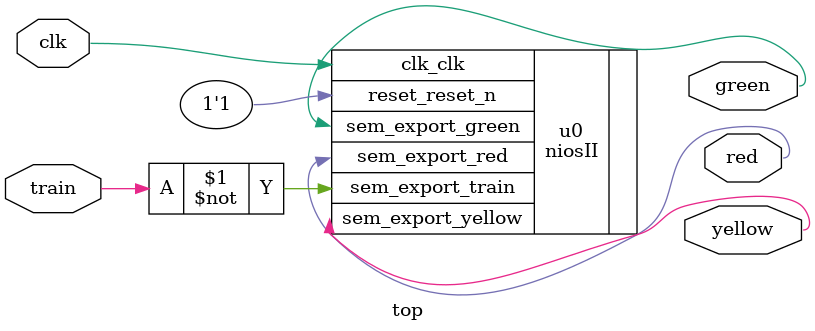
<source format=sv>
module top
(
	input logic clk,
	input logic train,
	output logic green,
	output logic red,
	output logic yellow
);
 
  niosII u0 (
        .clk_clk           (clk),           //        clk.clk
        .reset_reset_n     (1'b1),     //      reset.reset_n
        .sem_export_train  (~train),  // sem_export.train
        .sem_export_red    (red),    //           .red
        .sem_export_yellow (yellow), //           .yellow
        .sem_export_green  (green)   //           .green
    );

	 
endmodule 
</source>
